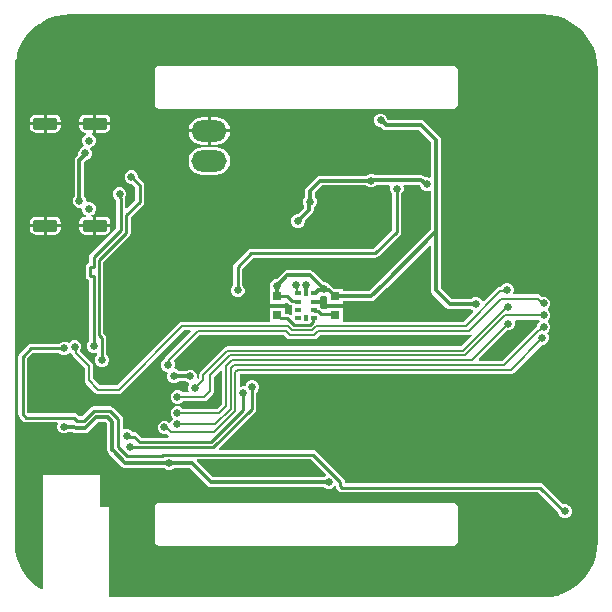
<source format=gbl>
G04*
G04 #@! TF.GenerationSoftware,Altium Limited,Altium Designer,23.0.1 (38)*
G04*
G04 Layer_Physical_Order=2*
G04 Layer_Color=16711680*
%FSLAX44Y44*%
%MOMM*%
G71*
G04*
G04 #@! TF.SameCoordinates,0AFBA319-1D89-4476-99D9-65EBA46B05F3*
G04*
G04*
G04 #@! TF.FilePolarity,Positive*
G04*
G01*
G75*
%ADD10C,0.2500*%
%ADD11C,0.3000*%
%ADD15C,0.2000*%
%ADD22R,0.8000X0.8000*%
%ADD98C,0.3500*%
%ADD100O,3.0000X1.8000*%
G04:AMPARAMS|DCode=101|XSize=1mm|YSize=2.1mm|CornerRadius=0.25mm|HoleSize=0mm|Usage=FLASHONLY|Rotation=270.000|XOffset=0mm|YOffset=0mm|HoleType=Round|Shape=RoundedRectangle|*
%AMROUNDEDRECTD101*
21,1,1.0000,1.6000,0,0,270.0*
21,1,0.5000,2.1000,0,0,270.0*
1,1,0.5000,-0.8000,-0.2500*
1,1,0.5000,-0.8000,0.2500*
1,1,0.5000,0.8000,0.2500*
1,1,0.5000,0.8000,-0.2500*
%
%ADD101ROUNDEDRECTD101*%
%ADD102C,0.6500*%
%ADD103C,0.6000*%
%ADD104R,0.5000X0.4000*%
%ADD105R,0.4000X0.5000*%
G36*
X456121Y496493D02*
X462137Y495296D01*
X467945Y493324D01*
X473447Y490611D01*
X478547Y487203D01*
X483159Y483159D01*
X487203Y478547D01*
X490611Y473447D01*
X493324Y467945D01*
X495296Y462137D01*
X496493Y456121D01*
X496900Y449898D01*
Y50102D01*
X496493Y43879D01*
X495296Y37863D01*
X493324Y32055D01*
X490611Y26553D01*
X487203Y21453D01*
X483159Y16841D01*
X478547Y12797D01*
X473447Y9389D01*
X467946Y6676D01*
X465955Y6000D01*
X465000D01*
X464509Y5509D01*
X462137Y4704D01*
X456121Y3507D01*
X449898Y3099D01*
X83000D01*
Y44000D01*
Y80000D01*
X75000D01*
Y107000D01*
X27000D01*
Y10618D01*
X25730Y9939D01*
X21453Y12797D01*
X16841Y16841D01*
X12797Y21453D01*
X9389Y26553D01*
X6676Y32055D01*
X4704Y37863D01*
X3507Y43879D01*
X3099Y50102D01*
Y449898D01*
X3507Y456121D01*
X4100Y459100D01*
X5000Y460000D01*
Y463009D01*
X6676Y467946D01*
X9389Y473447D01*
X12797Y478547D01*
X16841Y483159D01*
X21453Y487203D01*
X24142Y489000D01*
X25000D01*
X26668Y490668D01*
X32054Y493324D01*
X37863Y495296D01*
X43879Y496493D01*
X50101Y496900D01*
X449898D01*
X456121Y496493D01*
D02*
G37*
%LPC*%
G36*
X375000Y453100D02*
X125000D01*
X123814Y452864D01*
X122808Y452192D01*
X122136Y451186D01*
X121900Y450000D01*
Y420000D01*
X122136Y418814D01*
X122808Y417808D01*
X123814Y417136D01*
X125000Y416900D01*
X375000D01*
X376186Y417136D01*
X377192Y417808D01*
X377864Y418814D01*
X378100Y420000D01*
Y450000D01*
X377864Y451186D01*
X377192Y452192D01*
X376186Y452864D01*
X375000Y453100D01*
D02*
G37*
G36*
X79000Y411839D02*
X72270D01*
Y405470D01*
X84139D01*
Y406700D01*
X83748Y408666D01*
X82634Y410334D01*
X80967Y411447D01*
X79000Y411839D01*
D02*
G37*
G36*
X37200D02*
X30470D01*
Y405470D01*
X42339D01*
Y406700D01*
X41948Y408666D01*
X40834Y410334D01*
X39167Y411447D01*
X37200Y411839D01*
D02*
G37*
G36*
X69730D02*
X63000D01*
X61034Y411447D01*
X59366Y410334D01*
X58252Y408666D01*
X57861Y406700D01*
Y405470D01*
X69730D01*
Y411839D01*
D02*
G37*
G36*
X27930D02*
X21200D01*
X19233Y411447D01*
X17566Y410334D01*
X16452Y408666D01*
X16061Y406700D01*
Y405470D01*
X27930D01*
Y411839D01*
D02*
G37*
G36*
X174000Y409640D02*
X169270D01*
Y399270D01*
X185472D01*
X185243Y401012D01*
X184080Y403820D01*
X182230Y406230D01*
X179820Y408080D01*
X177013Y409243D01*
X174000Y409640D01*
D02*
G37*
G36*
X166730D02*
X162000D01*
X158987Y409243D01*
X156180Y408080D01*
X153770Y406230D01*
X151920Y403820D01*
X150757Y401012D01*
X150528Y399270D01*
X166730D01*
Y409640D01*
D02*
G37*
G36*
X84139Y402930D02*
X72270D01*
Y396561D01*
X79000D01*
X80967Y396952D01*
X82634Y398066D01*
X83748Y399734D01*
X84139Y401700D01*
Y402930D01*
D02*
G37*
G36*
X42339D02*
X30470D01*
Y396561D01*
X37200D01*
X39167Y396952D01*
X40834Y398066D01*
X41948Y399734D01*
X42339Y401700D01*
Y402930D01*
D02*
G37*
G36*
X27930D02*
X16061D01*
Y401700D01*
X16452Y399734D01*
X17566Y398066D01*
X19233Y396952D01*
X21200Y396561D01*
X27930D01*
Y402930D01*
D02*
G37*
G36*
X185472Y396730D02*
X169270D01*
Y386360D01*
X174000D01*
X177013Y386757D01*
X179820Y387920D01*
X182230Y389770D01*
X184080Y392180D01*
X185243Y394987D01*
X185472Y396730D01*
D02*
G37*
G36*
X166730D02*
X150528D01*
X150757Y394987D01*
X151920Y392180D01*
X153770Y389770D01*
X156180Y387920D01*
X158987Y386757D01*
X162000Y386360D01*
X166730D01*
Y396730D01*
D02*
G37*
G36*
X174000Y384240D02*
X162000D01*
X158987Y383843D01*
X156180Y382680D01*
X153770Y380830D01*
X151920Y378420D01*
X150757Y375612D01*
X150360Y372600D01*
X150757Y369587D01*
X151920Y366780D01*
X153770Y364370D01*
X156180Y362520D01*
X158987Y361357D01*
X162000Y360960D01*
X174000D01*
X177013Y361357D01*
X179820Y362520D01*
X182230Y364370D01*
X184080Y366780D01*
X185243Y369587D01*
X185640Y372600D01*
X185243Y375612D01*
X184080Y378420D01*
X182230Y380830D01*
X179820Y382680D01*
X177013Y383843D01*
X174000Y384240D01*
D02*
G37*
G36*
X314152Y412790D02*
X311848D01*
X309720Y411908D01*
X308092Y410280D01*
X307210Y408152D01*
Y405848D01*
X308092Y403720D01*
X309720Y402091D01*
X311848Y401210D01*
X313416D01*
X314719Y399907D01*
X316138Y398959D01*
X317812Y398626D01*
X345188D01*
X355626Y388188D01*
Y359140D01*
X354356Y358291D01*
X353152Y358790D01*
X351088D01*
X350466Y359413D01*
X349129Y360306D01*
X347553Y360619D01*
X308569D01*
X308280Y360909D01*
X306152Y361790D01*
X303848D01*
X301720Y360909D01*
X300931Y360119D01*
X262000D01*
X260424Y359806D01*
X259087Y358913D01*
X250087Y349913D01*
X249194Y348576D01*
X248881Y347000D01*
Y342069D01*
X248092Y341280D01*
X247210Y339152D01*
Y336848D01*
X248092Y334720D01*
X248211Y334600D01*
Y333036D01*
X242965Y327790D01*
X241848D01*
X239720Y326908D01*
X238092Y325280D01*
X237210Y323152D01*
Y320848D01*
X238092Y318720D01*
X239720Y317092D01*
X241848Y316210D01*
X244152D01*
X246280Y317092D01*
X247908Y318720D01*
X248790Y320848D01*
Y321965D01*
X255243Y328418D01*
X256136Y329754D01*
X256450Y331330D01*
Y333261D01*
X257908Y334720D01*
X258790Y336848D01*
Y339152D01*
X257908Y341280D01*
X257119Y342069D01*
Y345294D01*
X263706Y351881D01*
X300931D01*
X301720Y351091D01*
X303848Y350210D01*
X306152D01*
X308280Y351091D01*
X309569Y352381D01*
X320491D01*
X321196Y351325D01*
X320798Y350362D01*
Y348058D01*
X321679Y345930D01*
X322723Y344886D01*
Y314188D01*
X306899Y298364D01*
X203500D01*
X202021Y298070D01*
X200768Y297232D01*
X189268Y285732D01*
X188430Y284479D01*
X188136Y283000D01*
Y267324D01*
X187092Y266280D01*
X186210Y264152D01*
Y261848D01*
X187092Y259720D01*
X188720Y258092D01*
X190848Y257210D01*
X193152D01*
X195280Y258092D01*
X196908Y259720D01*
X197790Y261848D01*
Y264152D01*
X196908Y266280D01*
X195864Y267324D01*
Y281399D01*
X205101Y290636D01*
X308500D01*
X309979Y290930D01*
X311232Y291768D01*
X329320Y309855D01*
X330158Y311109D01*
X330452Y312588D01*
Y344886D01*
X331496Y345930D01*
X332378Y348058D01*
Y350362D01*
X331978Y351325D01*
X332684Y352381D01*
X345847D01*
X346210Y352018D01*
Y351848D01*
X347091Y349720D01*
X348720Y348092D01*
X350848Y347210D01*
X353152D01*
X354356Y347709D01*
X355626Y346860D01*
Y314812D01*
X311907Y271093D01*
X311181Y270006D01*
X303294Y262119D01*
X281042D01*
Y264540D01*
X273788D01*
X272085Y266243D01*
X270749Y267136D01*
X269879Y267309D01*
X268280Y268909D01*
X266152Y269790D01*
X265035D01*
X255913Y278913D01*
X254576Y279806D01*
X253000Y280119D01*
X234000D01*
X232424Y279806D01*
X231087Y278913D01*
X224965Y272790D01*
X223848D01*
X221720Y271908D01*
X220091Y270280D01*
X219210Y268152D01*
Y265848D01*
X219448Y265274D01*
X218957Y264540D01*
X218958D01*
Y251460D01*
X232038D01*
Y252702D01*
X233307Y253228D01*
X235018Y251518D01*
X235018Y251518D01*
X236271Y250680D01*
X237750Y250386D01*
X237960Y249148D01*
Y242705D01*
X237386Y242319D01*
X236690Y242114D01*
X235633Y242820D01*
X234154Y243114D01*
X232038D01*
Y248540D01*
X218958D01*
Y236609D01*
X145249D01*
X143868Y236335D01*
X142697Y235552D01*
X89759Y182614D01*
X75500D01*
X69859Y188256D01*
Y198717D01*
X69585Y200098D01*
X68802Y201269D01*
X58369Y211702D01*
Y211780D01*
X58807Y212218D01*
X59689Y214346D01*
Y216650D01*
X58807Y218778D01*
X57178Y220406D01*
X55050Y221288D01*
X52747D01*
X50619Y220406D01*
X48990Y218778D01*
X47746Y219092D01*
X46141Y219757D01*
X43837D01*
X41709Y218876D01*
X40698Y217864D01*
X17000D01*
X15521Y217570D01*
X14268Y216732D01*
X7268Y209732D01*
X6430Y208479D01*
X6136Y207000D01*
Y158000D01*
X6430Y156521D01*
X7268Y155268D01*
X10000Y152535D01*
X11253Y151698D01*
X12732Y151404D01*
X38888D01*
X39737Y150133D01*
X39210Y148862D01*
Y146558D01*
X40092Y144430D01*
X41720Y142802D01*
X43848Y141920D01*
X46152D01*
X48280Y142802D01*
X48814Y143336D01*
X51775D01*
X53087Y142459D01*
X54761Y142126D01*
X62500D01*
X64174Y142459D01*
X65593Y143407D01*
X73812Y151626D01*
X80148D01*
X81586Y150188D01*
Y128000D01*
X81919Y126326D01*
X82867Y124907D01*
X82988Y124826D01*
X93907Y113907D01*
X95326Y112959D01*
X97000Y112626D01*
X130186D01*
X130720Y112092D01*
X132848Y111210D01*
X135152D01*
X137280Y112092D01*
X137814Y112626D01*
X151188D01*
X165907Y97907D01*
X167326Y96959D01*
X169000Y96626D01*
X265186D01*
X265720Y96091D01*
X267848Y95210D01*
X270152D01*
X272280Y96091D01*
X273866Y97677D01*
X274187Y97662D01*
X275002Y97492D01*
X275149Y97397D01*
X275430Y95986D01*
X276268Y94732D01*
X277732Y93268D01*
X277732Y93268D01*
X278986Y92430D01*
X280464Y92136D01*
X446399D01*
X463210Y75325D01*
Y74848D01*
X464091Y72720D01*
X465720Y71091D01*
X467848Y70210D01*
X470152D01*
X472280Y71091D01*
X473909Y72720D01*
X474790Y74848D01*
Y77152D01*
X473909Y79280D01*
X472280Y80908D01*
X470152Y81790D01*
X467848D01*
X467726Y81739D01*
X450732Y98732D01*
X449479Y99570D01*
X448000Y99864D01*
X282864D01*
Y100956D01*
X282570Y102435D01*
X281732Y103688D01*
X281732Y103688D01*
X258648Y126772D01*
X257395Y127610D01*
X255916Y127904D01*
X176403D01*
X175917Y129078D01*
X206692Y159853D01*
X207530Y161107D01*
X207824Y162586D01*
X207824Y162586D01*
Y176569D01*
X209127Y177872D01*
X210009Y180000D01*
Y182303D01*
X209127Y184431D01*
X207498Y186060D01*
X205370Y186942D01*
X203067D01*
X200939Y186060D01*
X199310Y184431D01*
X198662Y182866D01*
X197942Y181790D01*
X195638D01*
X194665Y181387D01*
X193609Y182093D01*
Y192391D01*
X423000D01*
X424381Y192665D01*
X425552Y193448D01*
X449314Y217210D01*
X451152D01*
X453280Y218092D01*
X454908Y219720D01*
X455790Y221848D01*
Y224152D01*
X454908Y226280D01*
X454743Y226445D01*
X454280Y227092D01*
X455909Y228720D01*
X456790Y230848D01*
Y233152D01*
X455909Y235280D01*
X455018Y236170D01*
X454353Y237000D01*
X455018Y237830D01*
X455909Y238720D01*
X456790Y240848D01*
Y243152D01*
X455909Y245280D01*
X455018Y246170D01*
X454353Y247000D01*
X455018Y247830D01*
X455909Y248720D01*
X456790Y250848D01*
Y253152D01*
X455909Y255280D01*
X454280Y256908D01*
X452152Y257790D01*
X449848D01*
X449585Y257681D01*
X448713Y258552D01*
X447542Y259335D01*
X446161Y259609D01*
X426124D01*
X425276Y260879D01*
X425790Y262121D01*
Y264425D01*
X424908Y266553D01*
X423280Y268182D01*
X421152Y269063D01*
X418848D01*
X416720Y268182D01*
X415092Y266553D01*
X414871Y266021D01*
X414412D01*
X413031Y265747D01*
X411860Y264964D01*
X400357Y253461D01*
X398859Y253759D01*
X398456Y254733D01*
X396827Y256361D01*
X394699Y257243D01*
X392395D01*
X390267Y256361D01*
X389733Y255827D01*
X373359D01*
X364374Y264812D01*
Y313000D01*
Y390000D01*
X364041Y391674D01*
X363093Y393093D01*
X350093Y406093D01*
X348674Y407041D01*
X347000Y407374D01*
X319624D01*
X318750Y408247D01*
X317908Y410280D01*
X316280Y411908D01*
X314152Y412790D01*
D02*
G37*
G36*
X103152Y364790D02*
X100848D01*
X98720Y363909D01*
X97092Y362280D01*
X96210Y360152D01*
Y357848D01*
X97092Y355720D01*
X98720Y354091D01*
X100848Y353210D01*
X102325D01*
X105136Y350399D01*
Y339601D01*
X98038Y332502D01*
X96864Y332988D01*
Y341075D01*
X96864Y341076D01*
X96834Y341226D01*
X96868Y341260D01*
X97750Y343388D01*
Y345692D01*
X96868Y347820D01*
X95240Y349449D01*
X93112Y350330D01*
X90808D01*
X88680Y349449D01*
X87051Y347820D01*
X86170Y345692D01*
Y343388D01*
X87051Y341260D01*
X88680Y339632D01*
X89136Y339443D01*
Y315601D01*
X74268Y300732D01*
X74267Y300732D01*
X67268Y293732D01*
X66430Y292479D01*
X66136Y291000D01*
Y286372D01*
X65877Y286320D01*
X64623Y285483D01*
X63786Y284229D01*
X63492Y282750D01*
Y275250D01*
X63786Y273771D01*
X64623Y272518D01*
X65877Y271680D01*
X66136Y271629D01*
Y220324D01*
X65092Y219280D01*
X64210Y217152D01*
Y214848D01*
X65092Y212720D01*
X66720Y211091D01*
X68848Y210210D01*
X71152D01*
X72120Y210611D01*
X73176Y209905D01*
Y208364D01*
X72091Y207280D01*
X71210Y205152D01*
Y202848D01*
X72091Y200720D01*
X73720Y199091D01*
X75848Y198210D01*
X78152D01*
X80280Y199091D01*
X81909Y200720D01*
X82790Y202848D01*
Y205152D01*
X81909Y207280D01*
X80904Y208284D01*
Y222460D01*
X80904Y222460D01*
X80610Y223939D01*
X79773Y225192D01*
X78364Y226601D01*
Y286899D01*
X100232Y308768D01*
X101070Y310021D01*
X101364Y311500D01*
Y324899D01*
X111732Y335268D01*
X112570Y336521D01*
X112864Y338000D01*
Y352000D01*
X112864Y352000D01*
X112570Y353479D01*
X111732Y354732D01*
X111732Y354733D01*
X107790Y358675D01*
Y360152D01*
X106909Y362280D01*
X105280Y363909D01*
X103152Y364790D01*
D02*
G37*
G36*
X79000Y325439D02*
X72270D01*
Y319070D01*
X84139D01*
Y320300D01*
X83748Y322267D01*
X82634Y323934D01*
X80967Y325048D01*
X79000Y325439D01*
D02*
G37*
G36*
X37200D02*
X30470D01*
Y319070D01*
X42339D01*
Y320300D01*
X41948Y322267D01*
X40834Y323934D01*
X39167Y325048D01*
X37200Y325439D01*
D02*
G37*
G36*
X69730Y402930D02*
X57861D01*
Y401700D01*
X58252Y399734D01*
X59366Y398066D01*
X61034Y396952D01*
X63000Y396561D01*
X63633D01*
X63886Y395291D01*
X62720Y394809D01*
X61091Y393180D01*
X60210Y391052D01*
Y388748D01*
X61091Y386620D01*
X61709Y386002D01*
X61723Y385879D01*
X61337Y384578D01*
X59720Y383909D01*
X58092Y382280D01*
X57210Y380152D01*
Y378088D01*
X55087Y375966D01*
X54194Y374629D01*
X53881Y373053D01*
Y343069D01*
X53092Y342280D01*
X52210Y340152D01*
Y337848D01*
X53092Y335720D01*
X54720Y334091D01*
X56848Y333210D01*
X59152D01*
X60210Y332274D01*
Y330948D01*
X61091Y328820D01*
X62720Y327192D01*
X63886Y326709D01*
X63633Y325439D01*
X63000D01*
X61034Y325048D01*
X59366Y323934D01*
X58252Y322267D01*
X57861Y320300D01*
Y319070D01*
X69730D01*
Y325439D01*
X68367D01*
X68114Y326709D01*
X69280Y327192D01*
X70908Y328820D01*
X71790Y330948D01*
Y333252D01*
X70908Y335380D01*
X69280Y337009D01*
X67152Y337890D01*
X64848D01*
X63790Y338826D01*
Y340152D01*
X62909Y342280D01*
X62119Y343069D01*
Y371347D01*
X63982Y373210D01*
X64152D01*
X66280Y374091D01*
X67909Y375720D01*
X68790Y377848D01*
Y380152D01*
X67909Y382280D01*
X67291Y382898D01*
X67277Y383021D01*
X67663Y384322D01*
X69280Y384991D01*
X70908Y386620D01*
X71790Y388748D01*
Y391052D01*
X70908Y393180D01*
X69280Y394809D01*
X68114Y395291D01*
X68367Y396561D01*
X69730D01*
Y402930D01*
D02*
G37*
G36*
X27930Y325439D02*
X21200D01*
X19233Y325048D01*
X17566Y323934D01*
X16452Y322267D01*
X16061Y320300D01*
Y319070D01*
X27930D01*
Y325439D01*
D02*
G37*
G36*
X84139Y316530D02*
X72270D01*
Y310161D01*
X79000D01*
X80967Y310552D01*
X82634Y311666D01*
X83748Y313333D01*
X84139Y315300D01*
Y316530D01*
D02*
G37*
G36*
X69730D02*
X57861D01*
Y315300D01*
X58252Y313333D01*
X59366Y311666D01*
X61034Y310552D01*
X63000Y310161D01*
X69730D01*
Y316530D01*
D02*
G37*
G36*
X42339D02*
X30470D01*
Y310161D01*
X37200D01*
X39167Y310552D01*
X40834Y311666D01*
X41948Y313333D01*
X42339Y315300D01*
Y316530D01*
D02*
G37*
G36*
X27930D02*
X16061D01*
Y315300D01*
X16452Y313333D01*
X17566Y311666D01*
X19233Y310552D01*
X21200Y310161D01*
X27930D01*
Y316530D01*
D02*
G37*
G36*
X375000Y83099D02*
X125000D01*
X123814Y82864D01*
X122808Y82192D01*
X122136Y81186D01*
X121900Y80000D01*
Y50000D01*
X122136Y48814D01*
X122808Y47808D01*
X123814Y47136D01*
X125000Y46900D01*
X375000D01*
X376186Y47136D01*
X377192Y47808D01*
X377864Y48814D01*
X378100Y50000D01*
Y80000D01*
X377864Y81186D01*
X377192Y82192D01*
X376186Y82864D01*
X375000Y83099D01*
D02*
G37*
%LPD*%
G36*
X355626Y300781D02*
Y263000D01*
X355959Y261326D01*
X356907Y259907D01*
X368454Y248360D01*
X369873Y247412D01*
X371547Y247079D01*
X389733D01*
X390267Y246544D01*
X391241Y246141D01*
X391539Y244643D01*
X383505Y236609D01*
X281042D01*
Y248540D01*
X267962D01*
Y247095D01*
X263966D01*
X263579Y247482D01*
X263377Y247617D01*
X262512Y248482D01*
X262040Y248798D01*
Y252230D01*
X257000D01*
Y254770D01*
X262040D01*
Y257816D01*
X263096Y258522D01*
X263848Y258210D01*
X266152D01*
X266693Y258434D01*
X267962Y257585D01*
Y251460D01*
X281042D01*
Y253881D01*
X305000D01*
X306576Y254194D01*
X307913Y255087D01*
X317007Y264181D01*
X318093Y264907D01*
X354453Y301267D01*
X355626Y300781D01*
D02*
G37*
G36*
X390566Y224929D02*
X381246Y215609D01*
X183343D01*
X181962Y215335D01*
X180791Y214552D01*
X160464Y194225D01*
X159682Y193054D01*
X159407Y191673D01*
Y188707D01*
X158864Y188287D01*
X157975Y188874D01*
X157785Y189057D01*
Y191303D01*
X156904Y193431D01*
X155275Y195060D01*
X153147Y195941D01*
X150843D01*
X148715Y195060D01*
X148245Y194590D01*
X142705D01*
X141596Y195699D01*
X139468Y196580D01*
X139225D01*
X138376Y197850D01*
X138790Y198848D01*
Y201151D01*
X137908Y203279D01*
X137646Y203542D01*
X159495Y225391D01*
X231242D01*
X233685Y222948D01*
X234855Y222165D01*
X236237Y221891D01*
X256763D01*
X258145Y222165D01*
X259316Y222948D01*
X261758Y225391D01*
X388000D01*
X389381Y225665D01*
X389756Y225916D01*
X390566Y224929D01*
D02*
G37*
G36*
X446982Y237830D02*
X447647Y237000D01*
X446982Y236170D01*
X446091Y235280D01*
X445210Y233152D01*
Y232726D01*
X444635Y232342D01*
X415902Y203609D01*
X396373D01*
X395887Y204783D01*
X420314Y229210D01*
X422152D01*
X424280Y230091D01*
X425909Y231720D01*
X426790Y233848D01*
Y236152D01*
X426389Y237121D01*
X427237Y238391D01*
X446421D01*
X446982Y237830D01*
D02*
G37*
G36*
X152113Y228217D02*
X130867Y206971D01*
X130084Y205800D01*
X129924Y204993D01*
X129720Y204908D01*
X128091Y203279D01*
X127210Y201151D01*
Y198848D01*
X128091Y196720D01*
X129720Y195091D01*
X131848Y194210D01*
X132091D01*
X132940Y192940D01*
X132526Y191942D01*
Y189638D01*
X133408Y187510D01*
X135037Y185882D01*
X137165Y185000D01*
X139468D01*
X141596Y185882D01*
X142066Y186352D01*
X147607D01*
X148715Y185243D01*
X150514Y184498D01*
X150948Y183583D01*
X151013Y183091D01*
X150210Y181152D01*
Y178848D01*
X150611Y177879D01*
X149763Y176609D01*
X145579D01*
X144280Y177908D01*
X142152Y178790D01*
X139848D01*
X137720Y177908D01*
X136091Y176280D01*
X135210Y174152D01*
Y171848D01*
X136091Y169720D01*
X137720Y168092D01*
X139848Y167210D01*
X142152D01*
X144280Y168092D01*
X145579Y169391D01*
X163500D01*
X164881Y169665D01*
X166052Y170448D01*
X171052Y175448D01*
X171835Y176619D01*
X172109Y178000D01*
Y190005D01*
X177121Y195016D01*
X178391Y194490D01*
Y166495D01*
X174505Y162609D01*
X145579D01*
X144280Y163909D01*
X142152Y164790D01*
X139848D01*
X137720Y163909D01*
X136091Y162280D01*
X135210Y160152D01*
Y157848D01*
X136091Y155720D01*
X137405Y154406D01*
X136105Y153106D01*
X135453Y151532D01*
X134092Y151150D01*
X134029Y151160D01*
X133280Y151909D01*
X131152Y152790D01*
X128848D01*
X126720Y151909D01*
X125091Y150280D01*
X124210Y148152D01*
Y145848D01*
X125091Y143720D01*
X126720Y142092D01*
X128848Y141210D01*
X131152D01*
X131587Y141390D01*
X132744Y140234D01*
X133587Y139670D01*
X133202Y138400D01*
X110601D01*
X107034Y141967D01*
X105780Y142805D01*
X104302Y143099D01*
X102984D01*
X102908Y143280D01*
X101280Y144909D01*
X99152Y145790D01*
X96848D01*
X95880Y145389D01*
X94824Y146095D01*
Y154071D01*
X94824Y154071D01*
X94530Y155550D01*
X93692Y156804D01*
X93692Y156804D01*
X86748Y163748D01*
X85494Y164586D01*
X84016Y164880D01*
X69945D01*
X69945Y164880D01*
X68466Y164586D01*
X67212Y163748D01*
X67212Y163748D01*
X59864Y156400D01*
X57397D01*
X55797Y158000D01*
X54543Y158838D01*
X53064Y159132D01*
X14333D01*
X13864Y159601D01*
Y205399D01*
X18601Y210136D01*
X40632D01*
X41709Y209059D01*
X43837Y208177D01*
X46141D01*
X48269Y209059D01*
X49898Y210687D01*
X51142Y210373D01*
X51150Y210369D01*
Y210207D01*
X51425Y208826D01*
X52207Y207655D01*
X62641Y197222D01*
Y186760D01*
X62915Y185379D01*
X63698Y184208D01*
X71453Y176453D01*
X72624Y175671D01*
X74005Y175396D01*
X91254D01*
X92635Y175671D01*
X93806Y176453D01*
X146744Y229391D01*
X151627D01*
X152113Y228217D01*
D02*
G37*
G36*
X266936Y107555D02*
X266688Y106309D01*
X265720Y105908D01*
X265186Y105374D01*
X170812D01*
X157280Y118906D01*
X157806Y120176D01*
X254315D01*
X266936Y107555D01*
D02*
G37*
D10*
X90960Y130124D02*
Y154071D01*
X84016Y161015D02*
X90960Y154071D01*
X69945Y161015D02*
X84016D01*
X17000Y214000D02*
X44000D01*
X10000Y207000D02*
X17000Y214000D01*
X10000Y158000D02*
Y207000D01*
Y158000D02*
X12732Y155268D01*
X53064D01*
X55796Y152535D01*
X61465D01*
X69945Y161015D01*
X93000Y314000D02*
Y341076D01*
X92725Y341350D02*
Y343775D01*
Y341350D02*
X93000Y341076D01*
X97500Y326500D02*
X109000Y338000D01*
X91960Y344540D02*
X92725Y343775D01*
X77000Y298000D02*
X93000Y314000D01*
X97500Y311500D02*
Y326500D01*
X74500Y288500D02*
X97500Y311500D01*
X70000Y291000D02*
X72000Y293000D01*
X70000Y282750D02*
Y291000D01*
X67356Y282750D02*
X70000D01*
X67356Y275250D02*
Y282750D01*
Y275250D02*
X70000D01*
Y274000D02*
Y275250D01*
X72000Y293000D02*
X77000Y298000D01*
X70000Y216000D02*
Y274000D01*
X77040Y205040D02*
Y222460D01*
X74500Y225000D02*
X77040Y222460D01*
X77000Y205000D02*
X77040Y205040D01*
X74500Y225000D02*
Y288500D01*
X109000Y338000D02*
Y352000D01*
X102000Y359000D02*
X109000Y352000D01*
X203960Y180893D02*
X204219Y181152D01*
X196469Y175679D02*
X196790Y176000D01*
X196469Y161458D02*
Y175679D01*
X203960Y162586D02*
Y180893D01*
X169547Y134536D02*
X196469Y161458D01*
X171411Y130036D02*
X203960Y162586D01*
X109000Y134536D02*
X169547D01*
X101004Y130036D02*
X171411D01*
X253346Y233750D02*
X255750Y236154D01*
X239654Y233750D02*
X253346D01*
X234154Y239250D02*
X239654Y233750D01*
X255750Y236154D02*
Y238750D01*
X228248Y239250D02*
X234154D01*
X226000Y241497D02*
X228248Y239250D01*
X98765Y139235D02*
X104302D01*
X98000Y140000D02*
X98765Y139235D01*
X104302D02*
X109000Y134536D01*
X101000Y130040D02*
X101004Y130036D01*
X271769Y243231D02*
X274000Y241000D01*
X262365Y243231D02*
X271769D01*
X257750Y245750D02*
X259779D01*
X260779Y244750D01*
X260846D01*
X262365Y243231D01*
X242750Y254250D02*
X244000Y253000D01*
X234000Y258000D02*
X237750Y254250D01*
X242750D01*
X225497Y258000D02*
X234000D01*
X255750Y238750D02*
X256500Y239500D01*
X257000D01*
Y246500D02*
X257750Y245750D01*
X192000Y263000D02*
Y283000D01*
X448000Y96000D02*
X468000Y76000D01*
X279000Y97465D02*
X280464Y96000D01*
X279000Y97465D02*
Y100956D01*
X280464Y96000D02*
X448000D01*
X255916Y124040D02*
X279000Y100956D01*
X129084Y124040D02*
X255916D01*
X128044Y123000D02*
X129084Y124040D01*
X98084Y123000D02*
X128044D01*
X90960Y130124D02*
X98084Y123000D01*
X326587Y312588D02*
Y349210D01*
X308500Y294500D02*
X326587Y312588D01*
X192000Y283000D02*
X203500Y294500D01*
X308500D01*
X468000Y76000D02*
X469000D01*
D11*
X58000Y373053D02*
X63000Y378053D01*
X58000Y339000D02*
Y373053D01*
X63000Y378053D02*
Y379000D01*
X257000Y261000D02*
X258000D01*
X225000Y267000D02*
X234000Y276000D01*
X253000D02*
X265000Y264000D01*
X234000Y276000D02*
X253000D01*
X138316Y190790D02*
X138636Y190471D01*
X151676D01*
X151995Y190151D01*
X305000Y258000D02*
X315000Y268000D01*
X274503Y258000D02*
X305000D01*
X269172Y263330D02*
X273503Y259000D01*
X265670Y263330D02*
X269172D01*
X265000Y264000D02*
X265670Y263330D01*
X258000Y261000D02*
X260330Y263330D01*
X264330D02*
X265000Y264000D01*
X260330Y263330D02*
X264330D01*
X225249Y258249D02*
Y266751D01*
X225000Y267000D02*
X225249Y266751D01*
X250020Y260520D02*
Y267980D01*
X250040Y268000D01*
X250000Y260500D02*
X250020Y260520D01*
X350383Y353670D02*
X352670D01*
X347553Y356500D02*
X350383Y353670D01*
X305000Y356000D02*
X305500Y356500D01*
X347553D01*
X352670Y353670D02*
X353000Y354000D01*
X262000Y356000D02*
X305000D01*
X253000Y347000D02*
X262000Y356000D01*
X253000Y338000D02*
Y347000D01*
X252330Y331330D02*
Y337330D01*
X253000Y338000D01*
X243000Y322000D02*
X252330Y331330D01*
D15*
X145249Y233000D02*
X234394D01*
X91254Y179005D02*
X145249Y233000D01*
X74005Y179005D02*
X91254D01*
X176000Y159000D02*
X182000Y165000D01*
Y199000D02*
X187000Y204000D01*
X182000Y165000D02*
Y199000D01*
X186000Y163000D02*
Y197000D01*
X172826Y149826D02*
X186000Y163000D01*
Y197000D02*
X189000Y200000D01*
X192000Y196000D02*
X423000D01*
X190000Y161000D02*
Y194000D01*
X450000Y223000D02*
X451000D01*
X190000Y194000D02*
X192000Y196000D01*
X171786Y142786D02*
X190000Y161000D01*
X141000Y159000D02*
X176000D01*
X141013Y149826D02*
X172826D01*
X135296Y142786D02*
X171786D01*
X133419Y204419D02*
X158000Y229000D01*
X133419Y200419D02*
Y204419D01*
X158000Y229000D02*
X232737D01*
X133000Y200000D02*
X133419Y200419D01*
X260263Y229000D02*
X388000D01*
X236237Y225500D02*
X256763D01*
X232737Y229000D02*
X236237Y225500D01*
X237894Y229500D02*
X255107D01*
X234394Y233000D02*
X237894Y229500D01*
X255107D02*
X258607Y233000D01*
X256763Y225500D02*
X260263Y229000D01*
X388000D02*
X415000Y256000D01*
X258607Y233000D02*
X385000D01*
X414412Y262412D01*
X449161Y253000D02*
X451000D01*
X446161Y256000D02*
X449161Y253000D01*
X415000Y256000D02*
X446161D01*
X382741Y212000D02*
X419741Y249000D01*
X421000D01*
X414412Y262412D02*
X419412D01*
X420000Y263000D01*
X384398Y208000D02*
X418397Y242000D01*
X423000Y196000D02*
X450000Y223000D01*
X185343Y208000D02*
X384398D01*
X390000Y204000D02*
X421000Y235000D01*
X418397Y242000D02*
X451000D01*
X176343Y199000D02*
X185343Y208000D01*
X189000Y200000D02*
X417397D01*
X187000Y204000D02*
X390000D01*
X417397Y200000D02*
X447188Y229790D01*
X168500Y178000D02*
Y191500D01*
X163500Y173000D02*
X168500Y178000D01*
X176000Y199000D02*
X176343D01*
X168500Y191500D02*
X176000Y199000D01*
X183343Y212000D02*
X382741D01*
X163016Y191673D02*
X183343Y212000D01*
X156000Y180000D02*
X163016Y187016D01*
Y191673D01*
X141000Y173000D02*
X163500D01*
X447188Y229790D02*
X447572D01*
X449782Y232000D02*
X451000D01*
X447572Y229790D02*
X449782Y232000D01*
X131082Y147000D02*
X135296Y142786D01*
X130000Y147000D02*
X131082D01*
X53899Y215498D02*
X54759Y214637D01*
Y210207D02*
X66250Y198717D01*
X54759Y210207D02*
Y214637D01*
X66250Y186760D02*
Y198717D01*
Y186760D02*
X74005Y179005D01*
X261768Y252500D02*
X263997Y250271D01*
X257788Y253212D02*
X258500Y252500D01*
X263997Y250271D02*
X265214D01*
X258500Y252500D02*
X261768D01*
X257788Y253212D02*
Y253788D01*
X241861Y261500D02*
Y267139D01*
X241000Y268000D02*
X241861Y267139D01*
Y261500D02*
X242861Y260500D01*
X243000D01*
D22*
X225497Y242000D02*
D03*
Y258000D02*
D03*
X274503Y242000D02*
D03*
Y258000D02*
D03*
D98*
X72000Y156000D02*
X81960D01*
X62500Y146500D02*
X72000Y156000D01*
X81960D02*
X85960Y152000D01*
Y128000D02*
Y152000D01*
X134000Y117000D02*
X153000D01*
X97000D02*
X134000D01*
X313812Y407000D02*
X317812Y403000D01*
X313000Y407000D02*
X313812D01*
X317812Y403000D02*
X347000D01*
X360000Y390000D01*
Y313000D02*
Y390000D01*
Y263000D02*
X371547Y251453D01*
X393547D01*
X315000Y268000D02*
X360000Y313000D01*
X53551Y147710D02*
X54761Y146500D01*
X45000Y147710D02*
X53551D01*
X54761Y146500D02*
X62500D01*
X169000Y101000D02*
X269000D01*
X153000Y117000D02*
X169000Y101000D01*
X86000Y128000D02*
X97000Y117000D01*
X360000Y263000D02*
Y313000D01*
D100*
X168000Y398000D02*
D03*
Y372600D02*
D03*
D101*
X71000Y317800D02*
D03*
X29200D02*
D03*
X71000Y404200D02*
D03*
X29200D02*
D03*
D102*
X66000Y389900D02*
D03*
Y332100D02*
D03*
X89000Y393000D02*
D03*
X85960Y329000D02*
D03*
X134000Y117000D02*
D03*
X313000Y407000D02*
D03*
X346000Y376000D02*
D03*
X78000Y116000D02*
D03*
X63000Y379000D02*
D03*
X481000Y466000D02*
D03*
Y406000D02*
D03*
X466000Y376000D02*
D03*
X481000Y346000D02*
D03*
X466000Y136000D02*
D03*
X481000Y106000D02*
D03*
Y46000D02*
D03*
X466000Y16000D02*
D03*
X451000Y466000D02*
D03*
Y406000D02*
D03*
X436000Y376000D02*
D03*
X451000Y346000D02*
D03*
Y166000D02*
D03*
X436000Y136000D02*
D03*
Y16000D02*
D03*
X421000Y466000D02*
D03*
Y406000D02*
D03*
X406000Y376000D02*
D03*
X421000Y346000D02*
D03*
X406000Y76000D02*
D03*
Y16000D02*
D03*
X391000Y466000D02*
D03*
Y406000D02*
D03*
X376000Y376000D02*
D03*
Y16000D02*
D03*
X361000Y466000D02*
D03*
Y406000D02*
D03*
X346000Y316000D02*
D03*
Y256000D02*
D03*
Y16000D02*
D03*
X331000Y466000D02*
D03*
X316000Y256000D02*
D03*
X331000Y166000D02*
D03*
X316000Y136000D02*
D03*
Y16000D02*
D03*
X301000Y466000D02*
D03*
Y286000D02*
D03*
Y166000D02*
D03*
X286000Y136000D02*
D03*
Y16000D02*
D03*
X271000Y466000D02*
D03*
X256000Y376000D02*
D03*
X271000Y286000D02*
D03*
X256000Y136000D02*
D03*
Y16000D02*
D03*
X241000Y466000D02*
D03*
X226000Y376000D02*
D03*
X241000Y286000D02*
D03*
Y166000D02*
D03*
X226000Y136000D02*
D03*
Y16000D02*
D03*
X211000Y466000D02*
D03*
X196000Y316000D02*
D03*
X211000Y286000D02*
D03*
X196000Y16000D02*
D03*
X181000Y466000D02*
D03*
X166000Y316000D02*
D03*
X181000Y286000D02*
D03*
X166000Y256000D02*
D03*
Y16000D02*
D03*
X151000Y466000D02*
D03*
Y106000D02*
D03*
X136000Y16000D02*
D03*
X121000Y466000D02*
D03*
X106000Y436000D02*
D03*
X121000Y406000D02*
D03*
X106000Y316000D02*
D03*
X91000Y466000D02*
D03*
X76000Y436000D02*
D03*
X91000Y406000D02*
D03*
Y286000D02*
D03*
X61000Y466000D02*
D03*
X46000Y436000D02*
D03*
Y376000D02*
D03*
X61000Y286000D02*
D03*
X46000Y256000D02*
D03*
X61000Y226000D02*
D03*
X31000Y466000D02*
D03*
X16000Y436000D02*
D03*
Y376000D02*
D03*
X31000Y346000D02*
D03*
Y286000D02*
D03*
X16000Y256000D02*
D03*
X31000Y226000D02*
D03*
X16000Y136000D02*
D03*
X70000Y216000D02*
D03*
X102000Y359000D02*
D03*
X114000Y358000D02*
D03*
X160719Y221596D02*
D03*
X450000Y275000D02*
D03*
X151000Y205000D02*
D03*
X174000Y173000D02*
D03*
X196790Y176000D02*
D03*
X204219Y181152D02*
D03*
X58000Y339000D02*
D03*
X421000Y249193D02*
D03*
X138316Y190790D02*
D03*
X101000Y130040D02*
D03*
X450000Y317000D02*
D03*
Y182000D02*
D03*
X393547Y251453D02*
D03*
X420000Y263273D02*
D03*
X421000Y235000D02*
D03*
X451000Y252000D02*
D03*
Y242000D02*
D03*
X450000Y223000D02*
D03*
X451000Y232000D02*
D03*
X91960Y344540D02*
D03*
X77000Y204000D02*
D03*
X53899Y215498D02*
D03*
X44989Y213967D02*
D03*
X156000Y180000D02*
D03*
X151995Y190151D02*
D03*
X141000Y173000D02*
D03*
Y159000D02*
D03*
X133000Y200000D02*
D03*
X265000Y264000D02*
D03*
X265214Y250271D02*
D03*
X225000Y267000D02*
D03*
X250040Y268000D02*
D03*
X241000D02*
D03*
X192000Y263000D02*
D03*
X45000Y147710D02*
D03*
X141013Y149826D02*
D03*
X269000Y101000D02*
D03*
X98000Y140000D02*
D03*
X280000Y334000D02*
D03*
Y322000D02*
D03*
Y346000D02*
D03*
X243000Y322000D02*
D03*
X253000Y338000D02*
D03*
X222000Y337000D02*
D03*
X220000Y313000D02*
D03*
X326587Y349210D02*
D03*
X305000Y356000D02*
D03*
X300000Y364000D02*
D03*
X352000Y353000D02*
D03*
X23000Y164500D02*
D03*
X130000Y147000D02*
D03*
X406000Y150000D02*
D03*
X469000Y76000D02*
D03*
D103*
X112500Y187500D02*
D03*
Y176500D02*
D03*
Y165500D02*
D03*
X101500D02*
D03*
X90500Y187500D02*
D03*
Y165500D02*
D03*
D104*
X243000Y239500D02*
D03*
X257000D02*
D03*
X243000Y246500D02*
D03*
X257000D02*
D03*
X243000Y253500D02*
D03*
X257000D02*
D03*
X243000Y260500D02*
D03*
X257000D02*
D03*
D105*
X250000Y239500D02*
D03*
Y260500D02*
D03*
M02*

</source>
